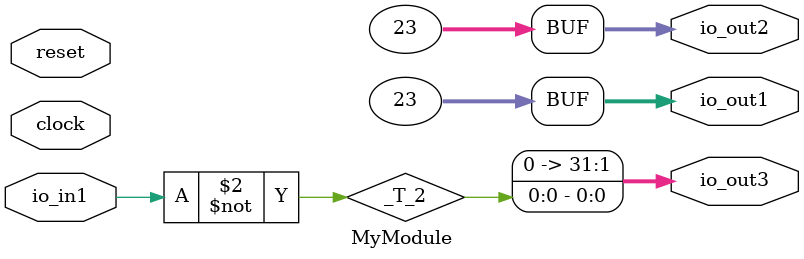
<source format=v>
module MyModule(
  input         clock,
  input         reset,
  input         io_in1,
  output [31:0] io_out1,
  output [31:0] io_out2,
  output [31:0] io_out3
);
  wire  _T_2 = io_in1 ^ 1'h1; // @[chisel_data_types.scala 26:21]
  assign io_out1 = 32'h17; // @[chisel_data_types.scala 24:17]
  assign io_out2 = 32'h17; // @[chisel_data_types.scala 25:17]
  assign io_out3 = {{31'd0}, _T_2}; // @[chisel_data_types.scala 26:21]
endmodule

</source>
